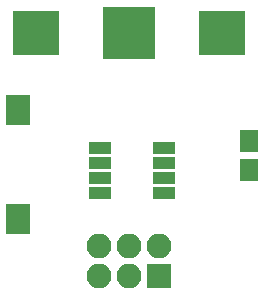
<source format=gbs>
G04 #@! TF.GenerationSoftware,KiCad,Pcbnew,(5.1.0-0)*
G04 #@! TF.CreationDate,2019-09-27T23:47:09+01:00*
G04 #@! TF.ProjectId,badge,62616467-652e-46b6-9963-61645f706362,rev?*
G04 #@! TF.SameCoordinates,Original*
G04 #@! TF.FileFunction,Soldermask,Bot*
G04 #@! TF.FilePolarity,Negative*
%FSLAX46Y46*%
G04 Gerber Fmt 4.6, Leading zero omitted, Abs format (unit mm)*
G04 Created by KiCad (PCBNEW (5.1.0-0)) date 2019-09-27 23:47:09*
%MOMM*%
%LPD*%
G04 APERTURE LIST*
%ADD10R,2.100000X2.100000*%
%ADD11O,2.100000X2.100000*%
%ADD12R,3.900000X3.700000*%
%ADD13R,4.400000X4.400000*%
%ADD14R,1.650000X1.900000*%
%ADD15R,2.000000X2.580000*%
%ADD16R,1.950000X1.000000*%
G04 APERTURE END LIST*
D10*
X211836000Y-86614000D03*
D11*
X211836000Y-84074000D03*
X209296000Y-86614000D03*
X209296000Y-84074000D03*
X206756000Y-86614000D03*
X206756000Y-84074000D03*
D12*
X201396000Y-66040000D03*
X217196000Y-66040000D03*
D13*
X209296000Y-66040000D03*
D14*
X219456000Y-75204000D03*
X219456000Y-77704000D03*
D15*
X199898000Y-81806000D03*
X199898000Y-72626000D03*
D16*
X212250000Y-75819000D03*
X212250000Y-77089000D03*
X212250000Y-78359000D03*
X212250000Y-79629000D03*
X206850000Y-79629000D03*
X206850000Y-78359000D03*
X206850000Y-77089000D03*
X206850000Y-75819000D03*
M02*

</source>
